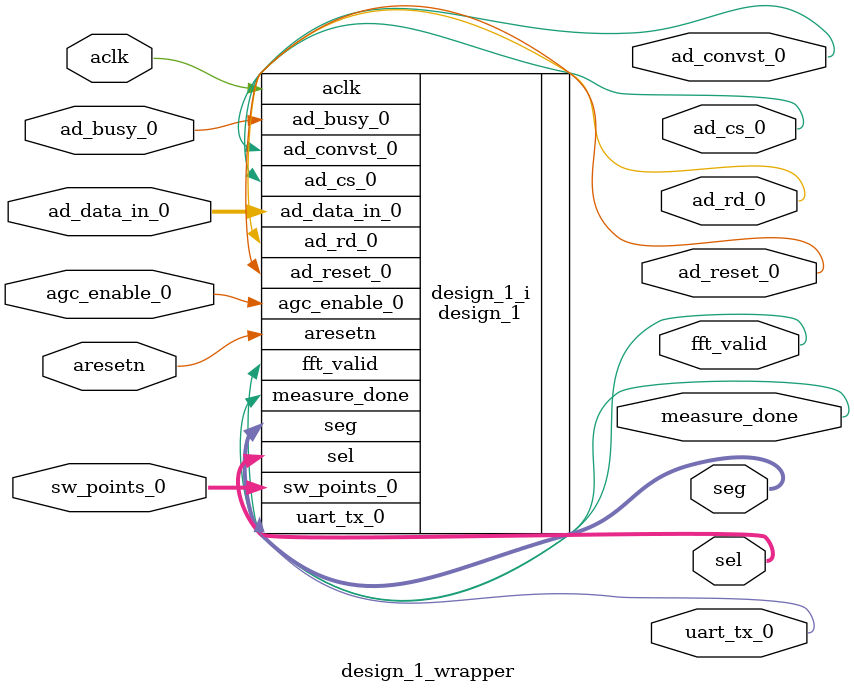
<source format=v>
`timescale 1 ps / 1 ps

module design_1_wrapper
   (aclk,
    ad_busy_0,
    ad_convst_0,
    ad_cs_0,
    ad_data_in_0,
    ad_rd_0,
    ad_reset_0,
    agc_enable_0,
    aresetn,
    fft_valid,
    measure_done,
    seg,
    sel,
    sw_points_0,
    uart_tx_0);
  input aclk;
  input ad_busy_0;
  output ad_convst_0;
  output ad_cs_0;
  input [15:0]ad_data_in_0;
  output ad_rd_0;
  output ad_reset_0;
  input agc_enable_0;
  input aresetn;
  output fft_valid;
  output measure_done;
  output [7:0]seg;
  output [5:0]sel;
  input [1:0]sw_points_0;
  output uart_tx_0;

  wire aclk;
  wire ad_busy_0;
  wire ad_convst_0;
  wire ad_cs_0;
  wire [15:0]ad_data_in_0;
  wire ad_rd_0;
  wire ad_reset_0;
  wire agc_enable_0;
  wire aresetn;
  wire fft_valid;
  wire measure_done;
  wire [7:0]seg;
  wire [5:0]sel;
  wire [1:0]sw_points_0;
  wire uart_tx_0;

  design_1 design_1_i
       (.aclk(aclk),
        .ad_busy_0(ad_busy_0),
        .ad_convst_0(ad_convst_0),
        .ad_cs_0(ad_cs_0),
        .ad_data_in_0(ad_data_in_0),
        .ad_rd_0(ad_rd_0),
        .ad_reset_0(ad_reset_0),
        .agc_enable_0(agc_enable_0),
        .aresetn(aresetn),
        .fft_valid(fft_valid),
        .measure_done(measure_done),
        .seg(seg),
        .sel(sel),
        .sw_points_0(sw_points_0),
        .uart_tx_0(uart_tx_0));
endmodule

</source>
